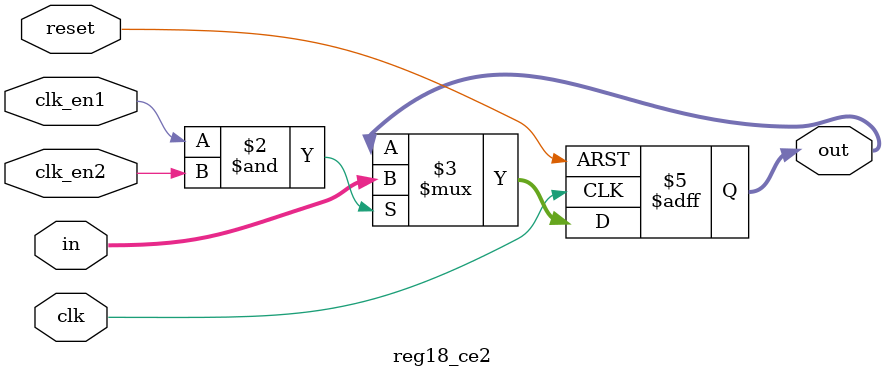
<source format=v>

module reg18_ce2(in, reset, clk_en1, clk_en2, out, clk);
	input [17:0] in;
	input reset;
	output [17:0] out;
	input clk;
	input clk_en1, clk_en2;

	reg [17:0] out;
 
	always @(posedge clk or posedge reset) begin
		if (reset) begin
			out <= 18'b0;
		end
		else if (clk_en1 & clk_en2) begin
			out <= in;
		end
	end

endmodule

</source>
